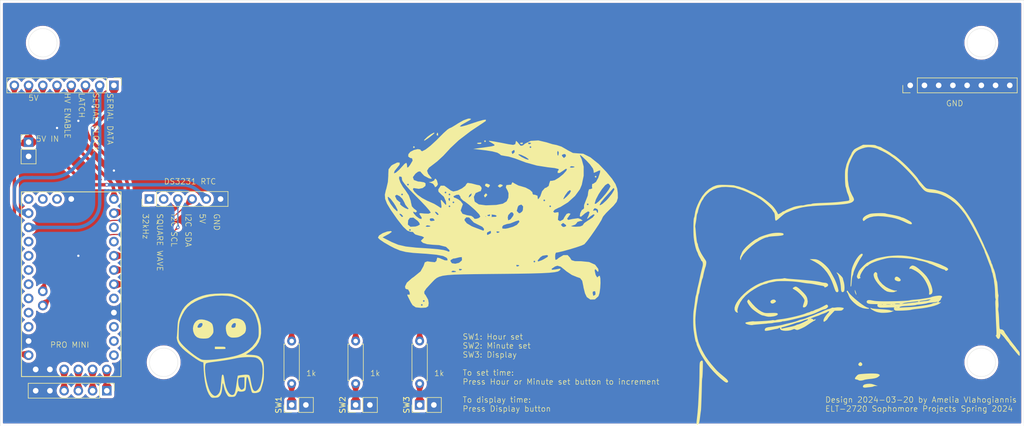
<source format=kicad_pcb>
(kicad_pcb (version 20221018) (generator pcbnew)
  (layers (0 "F.Cu" signal) (31 "B.Cu" signal) (34 "B.Paste" user) (35 "F.Paste" user) (36 "B.SilkS" user "B.Silkscreen") (37 "F.SilkS" user "F.Silkscreen") (38 "B.Mask" user) (39 "F.Mask" user) (44 "Edge.Cuts" user))
  (net 0 "")
  (net 1 "Net-(J1-Pin_1)")
  (net 2 "Net-(J1-Pin_2)")
  (net 3 "Net-(J1-Pin_3)")
  (net 4 "Net-(J1-Pin_4)")
  (net 5 "GND")
  (net 6 "DATA")
  (net 7 "SERCLK")
  (net 8 "LATCH")
  (net 9 "HV_ENABLE")
  (net 10 "5V")
  (net 11 "32K")
  (net 12 "SQW")
  (net 13 "SCL")
  (net 14 "SDA")
  (net 15 "Net-(XA1-D3_INT1)")
  (net 16 "Net-(R1-Pad2)")
  (net 17 "Net-(R2-Pad1)")
  (net 18 "Net-(R2-Pad2)")
  (net 19 "Net-(R3-Pad1)")
  (net 20 "Net-(R3-Pad2)")
  (footprint "Resistor_THT:R_Axial_DIN0207_L6.3mm_D2.5mm_P7.62mm_Horizontal" (layer "F.Cu") (at 102.87 111.76 -90)
    (fp_text reference "R1" hide)
    (fp_text value "R")
    (pad "1" thru_hole circle (at 0 0 270) (size 1.6 1.6) (drill 0.8) (layers "*.Cu" "*.Mask") (net 15 "Net-(XA1-D3_INT1)"))
    (pad "2" thru_hole oval (at 7.62 0 270) (size 1.6 1.6) (drill 0.8) (layers "*.Cu" "*.Mask") (net 16 "Net-(R1-Pad2)"))
  )
  (footprint "PCM_arduino-library:Pro_Mini_Clone_Socket" (layer "F.Cu") (at 63.5 101.6 180)
    (fp_text reference "XA1" hide)
    (fp_text value "Pro_Mini_Clone_Socket" hide)
    (pad "A0" thru_hole circle (at 7.62 5.08 180) (size 1.7272 1.7272) (drill 1.016) (layers "*.Cu" "*.Mask"))
    (pad "A1" thru_hole circle (at 7.62 2.54 180) (size 1.7272 1.7272) (drill 1.016) (layers "*.Cu" "*.Mask"))
    (pad "A2" thru_hole circle (at 7.62 0 180) (size 1.7272 1.7272) (drill 1.016) (layers "*.Cu" "*.Mask"))
    (pad "A3" thru_hole circle (at 7.62 -2.54 180) (size 1.7272 1.7272) (drill 1.016) (layers "*.Cu" "*.Mask"))
    (pad "A4" thru_hole circle (at 5.08 -1.27 180) (size 1.7272 1.7272) (drill 1.016) (layers "*.Cu" "*.Mask") (net 14 "SDA"))
    (pad "A5" thru_hole circle (at 5.08 -3.81 180) (size 1.7272 1.7272) (drill 1.016) (layers "*.Cu" "*.Mask") (net 13 "SCL"))
    (pad "A6" thru_hole circle (at 2.54 15.24 180) (size 1.7272 1.7272) (drill 1.016) (layers "*.Cu" "*.Mask"))
    (pad "A7" thru_hole circle (at 5.08 15.24 180) (size 1.7272 1.7272) (drill 1.016) (layers "*.Cu" "*.Mask"))
    (pad "D0" thru_hole circle (at -7.62 -10.16 180) (size 1.7272 1.7272) (drill 1.016) (layers "*.Cu" "*.Mask"))
    (pad "D1" thru_hole circle (at -7.62 -12.7 180) (size 1.7272 1.7272) (drill 1.016) (layers "*.Cu" "*.Mask"))
    (pad "D2" thru_hole circle (at -7.62 -2.54 180) (size 1.7272 1.7272) (drill 1.016) (layers "*.Cu" "*.Mask"))
    (pad "D3" thru_hole circle (at -7.62 0 180) (size 1.7272 1.7272) (drill 1.016) (layers "*.Cu" "*.Mask") (net 15 "Net-(XA1-D3_INT1)"))
    (pad "D4" thru_hole circle (at -7.62 2.54 180) (size 1.7272 1.7272) (drill 1.016) (layers "*.Cu" "*.Mask") (net 17 "Net-(R2-Pad1)"))
    (pad "D5" thru_hole circle (at -7.62 5.08 180) (size 1.7272 1.7272) (drill 1.016) (layers "*.Cu" "*.Mask") (net 19 "Net-(R3-Pad1)"))
    (pad "D6" thru_hole circle (at -7.62 7.62 180) (size 1.7272 1.7272) (drill 1.016) (layers "*.Cu" "*.Mask"))
    (pad "D7" thru_hole circle (at -7.62 10.16 180) (size 1.7272 1.7272) (drill 1.016) (layers "*.Cu" "*.Mask"))
    (pad "D8" thru_hole circle (at -7.62 12.7 180) (size 1.7272 1.7272) (drill 1.016) (layers "*.Cu" "*.Mask") (net 8 "LATCH"))
    (pad "D9" thru_hole circle (at -7.62 15.24 180) (size 1.7272 1.7272) (drill 1.016) (layers "*.Cu" "*.Mask") (net 9 "HV_ENABLE"))
    (pad "D10" thru_hole circle (at 7.62 15.24 180) (size 1.7272 1.7272) (drill 1.016) (layers "*.Cu" "*.Mask"))
    (pad "D11" thru_hole circle (at 7.62 12.7 180) (size 1.7272 1.7272) (drill 1.016) (layers "*.Cu" "*.Mask") (net 6 "DATA"))
    (pad "D12" thru_hole circle (at 7.62 10.16 180) (size 1.7272 1.7272) (drill 1.016) (layers "*.Cu" "*.Mask") (net 7 "SERCLK"))
    (pad "D13" thru_hole circle (at 7.62 7.62 180) (size 1.7272 1.7272) (drill 1.016) (layers "*.Cu" "*.Mask"))
    (pad "DTR" thru_hole circle (at -6.35 -15.24 180) (size 1.7272 1.7272) (drill 1.016) (layers "*.Cu" "*.Mask") (net 1 "Net-(J1-Pin_1)"))
    (pad "GND1" thru_hole rect (at -7.62 -5.08 180) (size 1.7272 1.7272) (drill 1.016) (layers "*.Cu" "*.Mask") (net 5 "GND"))
    (pad "GND2" thru_hole rect (at 7.62 -10.16 180) (size 1.7272 1.7272) (drill 1.016) (layers "*.Cu" "*.Mask") (net 5 "GND"))
    (pad "GND3" thru_hole rect (at 0 15.24 180) (size 1.7272 1.7272) (drill 1.016) (layers "*.Cu" "*.Mask") (net 5 "GND"))
    (pad "GND4" thru_hole rect (at 3.81 -15.24 180) (size 1.7272 1.7272) (drill 1.016) (layers "*.Cu" "*.Mask") (net 5 "GND"))
    (pad "GND5" thru_hole rect (at 6.35 -15.24 180) (size 1.7272 1.7272) (drill 1.016) (layers "*.Cu" "*.Mask") (net 5 "GND"))
    (pad "RAW" thru_hole circle (at 7.62 -12.7 180) (size 1.7272 1.7272) (drill 1.016) (layers "*.Cu" "*.Mask") (net 10 "5V"))
    (pad "RST1" thru_hole circle (at -7.62 -7.62 180) (size 1.7272 1.7272) (drill 1.016) (layers "*.Cu" "*.Mask"))
    (pad "RST2" thru_hole circle (at 7.62 -7.62 180) (size 1.7272 1.7272) (drill 1.016) (layers "*.Cu" "*.Mask"))
    (pad "RXI" thru_hole circle (at -1.27 -15.24 180) (size 1.7272 1.7272) (drill 1.016) (layers "*.Cu" "*.Mask") (net 3 "Net-(J1-Pin_3)"))
    (pad "TXO" thru_hole circle (at -3.81 -15.24 180) (size 1.7272 1.7272) (drill 1.016) (layers "*.Cu" "*.Mask") (net 2 "Net-(J1-Pin_2)"))
    (pad "Vcc1" thru_hole circle (at 7.62 -5.08 180) (size 1.7272 1.7272) (drill 1.016) (layers "*.Cu" "*.Mask"))
    (pad "Vcc2" thru_hole circle (at 1.27 -15.24 180) (size 1.7272 1.7272) (drill 1.016) (layers "*.Cu" "*.Mask") (net 4 "Net-(J1-Pin_4)"))
  )
  (footprint "cat:CRAB" (layer "F.Cu") (at 139.7 88.9)
    (fp_text reference "G***" (at 0 0) (layer "F.SilkS") (effects (font (size 1.5 1.5) (thickness 0.3))))
    (fp_text value "LOGO" hide)
  )
  (footprint "cat:cat_thing" (layer "F.Cu") (at 201.93 100.33)
    (fp_text reference "G***" hide)
    (fp_text value "LOGO" hide)
  )
  (footprint "Resistor_THT:R_Axial_DIN0207_L6.3mm_D2.5mm_P7.62mm_Horizontal" (layer "F.Cu") (at 125.73 111.76 -90)
    (fp_text reference "R3" hide)
    (fp_text value "R")
    (pad "1" thru_hole circle (at 0 0 270) (size 1.6 1.6) (drill 0.8) (layers "*.Cu" "*.Mask") (net 19 "Net-(R3-Pad1)"))
    (pad "2" thru_hole oval (at 7.62 0 270) (size 1.6 1.6) (drill 0.8) (layers "*.Cu" "*.Mask") (net 20 "Net-(R3-Pad2)"))
  )
  (footprint "Resistor_THT:R_Axial_DIN0207_L6.3mm_D2.5mm_P7.62mm_Horizontal" (layer "F.Cu") (at 114.3 111.76 -90)
    (fp_text reference "R2" hide)
    (fp_text value "R")
    (pad "1" thru_hole circle (at 0 0 270) (size 1.6 1.6) (drill 0.8) (layers "*.Cu" "*.Mask") (net 17 "Net-(R2-Pad1)"))
    (pad "2" thru_hole oval (at 7.62 0 270) (size 1.6 1.6) (drill 0.8) (layers "*.Cu" "*.Mask") (net 18 "Net-(R2-Pad2)"))
  )
  (footprint "Connector_PinHeader_2.54mm:PinHeader_1x08_P2.54mm_Vertical" (layer "F.Cu") (at 71.12 66.04 -90)
    (fp_text reference "J2" hide)
    (fp_text value "Conn_01x08" hide)
    (pad "1" thru_hole rect (at 0 0 270) (size 1.7 1.7) (drill 1) (layers "*.Cu" "*.Mask") (net 6 "DATA"))
    (pad "2" thru_hole oval (at 0 2.54 270) (size 1.7 1.7) (drill 1) (layers "*.Cu" "*.Mask") (net 7 "SERCLK"))
    (pad "3" thru_hole oval (at 0 5.08 270) (size 1.7 1.7) (drill 1) (layers "*.Cu" "*.Mask") (net 8 "LATCH"))
    (pad "4" thru_hole oval (at 0 7.62 270) (size 1.7 1.7) (drill 1) (layers "*.Cu" "*.Mask") (net 9 "HV_ENABLE"))
    (pad "5" thru_hole oval (at 0 10.16 270) (size 1.7 1.7) (drill 1) (layers "*.Cu" "*.Mask") (net 10 "5V"))
    (pad "6" thru_hole oval (at 0 12.7 270) (size 1.7 1.7) (drill 1) (layers "*.Cu" "*.Mask") (net 10 "5V"))
    (pad "7" thru_hole oval (at 0 15.24 270) (size 1.7 1.7) (drill 1) (layers "*.Cu" "*.Mask") (net 10 "5V"))
    (pad "8" thru_hole oval (at 0 17.78 270) (size 1.7 1.7) (drill 1) (layers "*.Cu" "*.Mask") (net 10 "5V"))
  )
  (footprint "cat:autismcreature" (layer "F.Cu") (at 90.17 113.03)
    (fp_text reference "G***" hide)
    (fp_text value "LOGO" hide)
  )
  (footprint "Connector_PinHeader_2.54mm:PinHeader_1x06_P2.54mm_Vertical" (layer "F.Cu") (at 77.47 86.36 90)
    (fp_text reference "J5" hide)
    (fp_text value "Conn_01x06" hide)
    (pad "1" thru_hole rect (at 0 0 90) (size 1.7 1.7) (drill 1) (layers "*.Cu" "*.Mask") (net 11 "32K"))
    (pad "2" thru_hole oval (at 0 2.54 90) (size 1.7 1.7) (drill 1) (layers "*.Cu" "*.Mask") (net 12 "SQW"))
    (pad "3" thru_hole oval (at 0 5.08 90) (size 1.7 1.7) (drill 1) (layers "*.Cu" "*.Mask") (net 13 "SCL"))
    (pad "4" thru_hole oval (at 0 7.62 90) (size 1.7 1.7) (drill 1) (layers "*.Cu" "*.Mask") (net 14 "SDA"))
    (pad "5" thru_hole oval (at 0 10.16 90) (size 1.7 1.7) (drill 1) (layers "*.Cu" "*.Mask") (net 10 "5V"))
    (pad "6" thru_hole oval (at 0 12.7 90) (size 1.7 1.7) (drill 1) (layers "*.Cu" "*.Mask") (net 5 "GND"))
  )
  (footprint "Connector_PinHeader_2.54mm:PinHeader_1x02_P2.54mm_Vertical" (layer "F.Cu") (at 102.87 123.19 90)
    (fp_text reference "SW1" (at 0 -2.33 90) (layer "F.SilkS"))
    (fp_text value "SW_Push" hide)
    (pad "1" thru_hole rect (at 0 0 90) (size 1.7 1.7) (drill 1) (layers "*.Cu" "*.Mask") (net 16 "Net-(R1-Pad2)"))
    (pad "2" thru_hole oval (at 0 2.54 90) (size 1.7 1.7) (drill 1) (layers "*.Cu" "*.Mask") (net 5 "GND"))
  )
  (footprint "Connector_PinHeader_2.54mm:PinHeader_1x06_P2.54mm_Vertical" (layer "F.Cu") (at 69.85 120.65 -90)
    (fp_text reference "J1" hide)
    (fp_text value "Conn_01x06" hide)
    (pad "1" thru_hole rect (at 0 0 270) (size 1.7 1.7) (drill 1) (layers "*.Cu" "*.Mask") (net 1 "Net-(J1-Pin_1)"))
    (pad "2" thru_hole oval (at 0 2.54 270) (size 1.7 1.7) (drill 1) (layers "*.Cu" "*.Mask") (net 2 "Net-(J1-Pin_2)"))
    (pad "3" thru_hole oval (at 0 5.08 270) (size 1.7 1.7) (drill 1) (layers "*.Cu" "*.Mask") (net 3 "Net-(J1-Pin_3)"))
    (pad "4" thru_hole oval (at 0 7.62 270) (size 1.7 1.7) (drill 1) (layers "*.Cu" "*.Mask") (net 4 "Net-(J1-Pin_4)"))
    (pad "5" thru_hole oval (at 0 10.16 270) (size 1.7 1.7) (drill 1) (layers "*.Cu" "*.Mask") (net 5 "GND"))
    (pad "6" thru_hole oval (at 0 12.7 270) (size 1.7 1.7) (drill 1) (layers "*.Cu" "*.Mask") (net 5 "GND"))
  )
  (footprint "Connector_PinHeader_2.54mm:PinHeader_1x02_P2.54mm_Vertical" (layer "F.Cu") (at 125.73 123.19 90)
    (fp_text reference "SW3" (at 0 -2.33 90) (layer "F.SilkS"))
    (fp_text value "SW_Push" hide)
    (pad "1" thru_hole rect (at 0 0 90) (size 1.7 1.7) (drill 1) (layers "*.Cu" "*.Mask") (net 20 "Net-(R3-Pad2)"))
    (pad "2" thru_hole oval (at 0 2.54 90) (size 1.7 1.7) (drill 1) (layers "*.Cu" "*.Mask") (net 5 "GND"))
  )
  (footprint "Connector_PinHeader_2.54mm:PinHeader_1x02_P2.54mm_Vertical" (layer "F.Cu") (at 55.88 76.2)
    (fp_text reference "J4" hide)
    (fp_text value "Conn_01x02" hide)
    (pad "1" thru_hole rect (at 0 0) (size 1.7 1.7) (drill 1) (layers "*.Cu" "*.Mask") (net 10 "5V"))
    (pad "2" thru_hole oval (at 0 2.54) (size 1.7 1.7) (drill 1) (layers "*.Cu" "*.Mask") (net 5 "GND"))
  )
  (footprint "Connector_PinHeader_2.54mm:PinHeader_1x02_P2.54mm_Vertical" (layer "F.Cu") (at 114.3 123.19 90)
    (fp_text reference "SW2" (at 0 -2.33 90) (layer "F.SilkS"))
    (fp_text value "SW_Push" hide)
    (pad "1" thru_hole rect (at 0 0 90) (size 1.7 1.7) (drill 1) (layers "*.Cu" "*.Mask") (net 18 "Net-(R2-Pad2)"))
    (pad "2" thru_hole oval (at 0 2.54 90) (size 1.7 1.7) (drill 1) (layers "*.Cu" "*.Mask") (net 5 "GND"))
  )
  (footprint "Connector_PinHeader_2.54mm:PinHeader_1x08_P2.54mm_Vertical" (layer "F.Cu") (at 213.36 66.04 90)
    (fp_text reference "J3" hide)
    (fp_text value "Conn_01x08" hide)
    (pad "1" thru_hole rect (at 0 0 90) (size 1.7 1.7) (drill 1) (layers "*.Cu" "*.Mask") (net 5 "GND"))
    (pad "2" thru_hole oval (at 0 2.54 90) (size 1.7 1.7) (drill 1) (layers "*.Cu" "*.Mask") (net 5 "GND"))
    (pad "3" thru_hole oval (at 0 5.08 90) (size 1.7 1.7) (drill 1) (layers "*.Cu" "*.Mask") (net 5 "GND"))
    (pad "4" thru_hole oval (at 0 7.62 90) (size 1.7 1.7) (drill 1) (layers "*.Cu" "*.Mask") (net 5 "GND"))
    (pad "5" thru_hole oval (at 0 10.16 90) (size 1.7 1.7) (drill 1) (layers "*.Cu" "*.Mask") (net 5 "GND"))
    (pad "6" thru_hole oval (at 0 12.7 90) (size 1.7 1.7) (drill 1) (layers "*.Cu" "*.Mask") (net 5 "GND"))
    (pad "7" thru_hole oval (at 0 15.24 90) (size 1.7 1.7) (drill 1) (layers "*.Cu" "*.Mask") (net 5 "GND"))
    (pad "8" thru_hole oval (at 0 17.78 90) (size 1.7 1.7) (drill 1) (layers "*.Cu" "*.Mask") (net 5 "GND"))
  )
  (gr_circle (center 58.42 58.42) (end 55.88 58.42) (stroke (width 0.05)) (fill none) (layer "Edge.Cuts"))
  (gr_circle (center 226.06 58.42) (end 228.6 58.42) (stroke (width 0.05)) (fill none) (layer "Edge.Cuts"))
  (gr_rect (start 50.8 50.8) (end 233.68 127) (stroke (width 0.05)) (fill none) (layer "Edge.Cuts"))
  (gr_circle (center 80.01 115.57) (end 82.55 115.57) (stroke (width 0.05)) (fill none) (layer "Edge.Cuts"))
  (gr_circle (center 226.06 115.57) (end 228.6 115.57) (stroke (width 0.05)) (fill none) (layer "Edge.Cuts"))
  (gr_text "SW1: Hour set\nSW2: Minute set\nSW3: Display\n\nTo set time:\nPress Hour or Minute set button to increment\n\nTo display time:\nPress Display button" (at 133.35 124.46) (layer "F.SilkS") (effects (font (size 1 1) (thickness 0.1)) (justify left bottom)))
  (gr_text "DS3231 RTC" (at 80.01 83.82) (layer "F.SilkS") (effects (font (size 1 1) (thickness 0.1)) (justify left bottom)))
  (gr_text "LATCH" (at 64.77 67.31 -90) (layer "F.SilkS") (effects (font (size 1 1) (thickness 0.1)) (justify left bottom)))
  (gr_text "GND" (at 219.71 69.85) (layer "F.SilkS") (effects (font (size 1 1) (thickness 0.1)) (justify left bottom)))
  (gr_text "Design 2024-03-20 by Amelia Vlahogiannis\nELT-2720 Sophomore Projects Spring 2024" (at 198.12 124.46) (layer "F.SilkS") (effects (font (size 1 1) (thickness 0.1)) (justify left bottom)))
  (gr_text "5V" (at 55.793149 68.883396) (layer "F.SilkS") (effects (font (size 1 1) (thickness 0.1)) (justify left bottom)))
  (gr_text "I2C SDA" (at 83.82 88.9 -90) (layer "F.SilkS") (effects (font (size 1 1) (thickness 0.1)) (justify left bottom)))
  (gr_text "5V" (at 86.36 88.9 -90) (layer "F.SilkS") (effects (font (size 1 1) (thickness 0.1)) (justify left bottom)))
  (gr_text "HV ENABLE" (at 62.23 67.31 -90) (layer "F.SilkS") (effects (font (size 1 1) (thickness 0.1)) (justify left bottom)))
  (gr_text "5V IN" (at 57.15 76.2) (layer "F.SilkS") (effects (font (size 1 1) (thickness 0.1)) (justify left bottom)))
  (gr_text "1k" (at 105.41 118.11) (layer "F.SilkS") (effects (font (size 1 1) (thickness 0.1)) (justify left bottom)))
  (gr_text "SERIAL DATA" (at 69.85 67.37 -90) (layer "F.SilkS") (effects (font (size 1 1) (thickness 0.1)) (justify left bottom)))
  (gr_text "32kHz" (at 76.2 88.9 -90) (layer "F.SilkS") (effects (font (size 1 1) (thickness 0.1)) (justify left bottom)))
  (gr_text "GND" (at 88.9 88.9 -90) (layer "F.SilkS") (effects (font (size 1 1) (thickness 0.1)) (justify left bottom)))
  (gr_text "I2C SCL" (at 81.28 88.9 -90) (layer "F.SilkS") (effects (font (size 1 1) (thickness 0.1)) (justify left bottom)))
  (gr_text "SQUARE WAVE" (at 78.74 88.9 -90) (layer "F.SilkS") (effects (font (size 1 1) (thickness 0.1)) (justify left bottom)))
  (gr_text "1k" (at 128.27 118.11) (layer "F.SilkS") (effects (font (size 1 1) (thickness 0.1)) (justify left bottom)))
  (gr_text "SERIAL CLOCK" (at 67.31 67.31 -90) (layer "F.SilkS") (effects (font (size 1 1) (thickness 0.1)) (justify left bottom)))
  (gr_text "PRO MINI" (at 59.69 113.03) (layer "F.SilkS") (effects (font (size 1 1) (thickness 0.1)) (justify left bottom)))
  (gr_text "1k" (at 116.84 118.11) (layer "F.SilkS") (effects (font (size 1 1) (thickness 0.1)) (justify left bottom)))
  (segment (start 69.85 116.84) (end 69.85 120.65) (width 0.6096) (layer "F.Cu") (net 1))
  (segment (start 67.31 120.65) (end 67.31 116.84) (width 0.6096) (layer "F.Cu") (net 2))
  (segment (start 64.77 116.84) (end 64.77 120.65) (width 0.6096) (layer "F.Cu") (net 3))
  (segment (start 62.23 120.65) (end 62.23 116.84) (width 0.6096) (layer "F.Cu") (net 4))
  (via (at 71.12 81.28) (size 0.6096) (drill 0.4064) (layers "F.Cu" "B.Cu") (net 5))
  (via (at 60.96 73.66) (size 0.6096) (drill 0.4064) (layers "F.Cu" "B.Cu") (net 5))
  (via (at 64.77 96.52) (size 0.6096) (drill 0.4064) (layers "F.Cu" "B.Cu") (net 5))
  (via (at 67.31 69.85) (size 0.6096) (drill 0.4064) (layers "F.Cu" "B.Cu") (net 5))
  (via (at 64.77 72.39) (size 0.6096) (drill 0.4064) (layers "F.Cu" "B.Cu") (net 5))
  (segment (start 71.12 67.945) (end 71.12 66.04) (width 0.6096) (layer "F.Cu") (net 6))
  (segment (start 69.772961 71.197038) (end 67.31 73.66) (width 0.6096) (layer "F.Cu") (net 6))
  (via (at 67.31 73.66) (size 0.6096) (drill 0.4064) (layers "F.Cu" "B.Cu") (net 6))
  (arc (start 71.12 67.945) (mid 70.769915 69.70499) (end 69.772961 71.197038) (width 0.6096) (layer "F.Cu") (net 6))
  (segment (start 67.31 75.565) (end 67.31 73.66) (width 0.6096) (layer "B.Cu") (net 6))
  (segment (start 53.34 86.731974) (end 53.34 84.718025) (width 0.6096) (layer "B.Cu") (net 6))
  (segment (start 56.515 82.55) (end 55.245 82.55) (width 0.6096) (layer "B.Cu") (net 6))
  (segment (start 55.245 88.9) (end 55.88 88.9) (width 0.6096) (layer "B.Cu") (net 6))
  (segment (start 65.962961 78.817038) (end 63.823792 80.956207) (width 0.6096) (layer "B.Cu") (net 6))
  (segment (start 59.976036 82.55) (end 56.515 82.55) (width 0.6096) (layer "B.Cu") (net 6))
  (segment (start 53.974999 83.184999) (end 54.160987 82.999012) (width 0.6096) (layer "B.Cu") (net 6))
  (segment (start 53.975 88.265) (end 54.160987 88.450987) (width 0.6096) (layer "B.Cu") (net 6))
  (arc (start 55.245 82.55) (mid 54.658336 82.666694) (end 54.160987 82.999012) (width 0.6096) (layer "B.Cu") (net 6))
  (arc (start 53.974999 83.184999) (mid 53.50503 83.888357) (end 53.34 84.718025) (width 0.6096) (layer "B.Cu") (net 6))
  (arc (start 67.31 75.565) (mid 66.959915 77.32499) (end 65.962961 78.817038) (width 0.6096) (layer "B.Cu") (net 6))
  (arc (start 54.160987 88.450987) (mid 54.658336 88.783305) (end 55.245 88.9) (width 0.6096) (layer "B.Cu") (net 6))
  (arc (start 63.823792 80.956207) (mid 62.058426 82.135786) (end 59.976036 82.55) (width 0.6096) (layer "B.Cu") (net 6))
  (arc (start 53.34 86.731974) (mid 53.505031 87.561641) (end 53.975 88.265) (width 0.6096) (layer "B.Cu") (net 6))
  (segment (start 68.58 87.103948) (end 68.58 66.04) (width 0.6096) (layer "B.Cu") (net 7))
  (segment (start 64.243948 91.44) (end 55.88 91.44) (width 0.6096) (layer "B.Cu") (net 7))
  (arc (start 67.31 90.17) (mid 65.903283 91.109937) (end 64.243948 91.44) (width 0.6096) (layer "B.Cu") (net 7))
  (arc (start 68.58 87.103948) (mid 68.249937 88.763283) (end 67.31 90.17) (width 0.6096) (layer "B.Cu") (net 7))
  (segment (start 66.04 72.676036) (end 66.04 66.04) (width 0.6096) (layer "F.Cu") (net 8))
  (segment (start 71.755 88.9) (end 71.12 88.9) (width 0.6096) (layer "F.Cu") (net 8))
  (segment (start 73.66 86.731974) (end 73.66 84.803963) (width 0.6096) (layer "F.Cu") (net 8))
  (segment (start 67.633792 76.523792) (end 72.066207 80.956207) (width 0.6096) (layer "F.Cu") (net 8))
  (segment (start 72.839012 88.450987) (end 73.025 88.265) (width 0.6096) (layer "F.Cu") (net 8))
  (arc (start 72.839012 88.450987) (mid 72.341663 88.783305) (end 71.755 88.9) (width 0.6096) (layer "F.Cu") (net 8))
  (arc (start 72.066207 80.956207) (mid 73.245786 82.721572) (end 73.66 84.803963) (width 0.6096) (layer "F.Cu") (net 8))
  (arc (start 73.66 86.731974) (mid 73.494968 87.561641) (end 73.025 88.265) (width 0.6096) (layer "F.Cu") (net 8))
  (arc (start 66.04 72.676036) (mid 66.454213 74.758426) (end 67.633792 76.523792) (width 0.6096) (layer "F.Cu") (net 8))
  (segment (start 71.12 85.09) (end 71.12 86.36) (width 0.6096) (layer "F.Cu") (net 9))
  (segment (start 63.5 73.946036) (end 63.5 66.04) (width 0.6096) (layer "F.Cu") (net 9))
  (segment (start 65.093792 77.793792) (end 70.221974 82.921974) (width 0.6096) (layer "F.Cu") (net 9))
  (arc (start 63.5 73.946036) (mid 63.914213 76.028426) (end 65.093792 77.793792) (width 0.6096) (layer "F.Cu") (net 9))
  (arc (start 70.221974 82.921974) (mid 70.88661 83.916672) (end 71.12 85.09) (width 0.6096) (layer "F.Cu") (net 9))
  (segment (start 54.160987 76.649012) (end 53.975 76.835) (width 0.6096) (layer "F.Cu") (net 10))
  (segment (start 57.15 76.2) (end 55.88 76.2) (width 0.6096) (layer "F.Cu") (net 10))
  (segment (start 54.238025 69.478025) (end 54.981974 70.221974) (width 0.6096) (layer "F.Cu") (net 10))
  (segment (start 55.88 74.93) (end 55.88 72.39) (width 0.6096) (layer "F.Cu") (net 10))
  (segment (start 55.88 69.85) (end 55.88 66.04) (width 0.6096) (layer "F.Cu") (net 10))
  (segment (start 53.975 113.665) (end 54.160987 113.850987) (width 0.6096) (layer "F.Cu") (net 10))
  (segment (start 69.85 83.82) (end 67.945 83.82) (width 0.6096) (layer "F.Cu") (net 10))
  (segment (start 56.778025 70.221974) (end 57.521974 69.478025) (width 0.6096) (layer "F.Cu") (net 10))
  (segment (start 53.34 67.31) (end 53.34 66.04) (width 0.6096) (layer "F.Cu") (net 10))
  (segment (start 60.061974 69.478025) (end 56.778025 72.761974) (width 0.6096) (layer "F.Cu") (net 10))
  (segment (start 60.96 67.31) (end 60.96 66.04) (width 0.6096) (layer "F.Cu") (net 10))
  (segment (start 55.88 76.2) (end 55.88 74.93) (width 0.6096) (layer "F.Cu") (net 10))
  (segment (start 55.88 69.850084) (end 55.879916 69.85) (width 0.6096) (layer "F.Cu") (net 10))
  (segment (start 59.318025 77.098025) (end 64.692961 82.472961) (width 0.6096) (layer "F.Cu") (net 10))
  (segment (start 53.34 112.131974) (end 53.34 78.368025) (width 0.6096) (layer "F.Cu") (net 10))
  (segment (start 58.42 67.31) (end 58.42 66.04) (width 0.6096) (layer "F.Cu") (net 10))
  (segment (start 55.245 114.3) (end 55.88 114.3) (width 0.6096) (layer "F.Cu") (net 10))
  (segment (start 55.245 76.2) (end 55.88 76.2) (width 0.6096) (layer "F.Cu") (net 10))
  (segment (start 55.88 72.39) (end 55.88 69.850084) (width 0.6096) (layer "F.Cu") (net 10))
  (via (at 69.85 83.82) (size 0.6096) (drill 0.4064) (layers "F.Cu" "B.Cu") (net 10))
  (arc (start 54.160987 113.850987) (mid 54.658336 114.183305) (end 55.245 114.3) (width 0.6096) (layer "F.Cu") (net 10))
  (arc (start 64.692961 82.472961) (mid 66.185009 83.469915) (end 67.945 83.82) (width 0.6096) (layer "F.Cu") (net 10))
  (arc (start 56.778025 70.221974) (mid 56.113389 71.216672) (end 55.88 72.39) (width 0.6096) (layer "F.Cu") (net 10))
  (arc (start 55.88 72.39) (mid 55.64661 71.216672) (end 54.981974 70.221974) (width 0.6096) (layer "F.Cu") (net 10))
  (arc (start 53.34 67.31) (mid 53.573389 68.483326) (end 54.238025 69.478025) (width 0.6096) (layer "F.Cu") (net 10))
  (arc (start 53.975 76.835) (mid 53.505031 77.538357) (end 53.34 78.368025) (width 0.6096) (layer "F.Cu") (net 10))
  (arc (start 53.34 112.131974) (mid 53.505031 112.961641) (end 53.975 113.665) (width 0.6096) (layer "F.Cu") (net 10))
  (arc (start 59.318025 77.098025) (mid 58.323326 76.433389) (end 57.15 76.2) (width 0.6096) (layer "F.Cu") (net 10))
  (arc (start 58.42 67.31) (mid 58.18661 68.483326) (end 57.521974 69.478025) (width 0.6096) (layer "F.Cu") (net 10))
  (arc (start 56.778025 72.761974) (mid 56.113389 73.756672) (end 55.88 74.93) (width 0.6096) (layer "F.Cu") (net 10))
  (arc (start 60.96 67.31) (mid 60.72661 68.483326) (end 60.061974 69.478025) (width 0.6096) (layer "F.Cu") (net 10))
  (arc (start 55.88 69.85) (mid 56.204739 70.336007) (end 56.778025 70.221974) (width 0.6096) (layer "F.Cu") (net 10))
  (arc (start 55.88 72.39) (mid 56.204739 72.876007) (end 56.778025 72.761974) (width 0.6096) (layer "F.Cu") (net 10))
  (arc (start 55.245 76.2) (mid 54.658336 76.316694) (end 54.160987 76.649012) (width 0.6096) (layer "F.Cu") (net 10))
  (arc (start 54.981974 70.221974) (mid 55.555259 70.336007) (end 55.88 69.85) (width 0.6096) (layer "F.Cu") (net 10))
  (segment (start 86.36 85.09) (end 87.63 86.36) (width 0.6096) (layer "B.Cu") (net 10))
  (segment (start 83.293948 83.82) (end 69.85 83.82) (width 0.6096) (layer "B.Cu") (net 10))
  (arc (start 86.36 85.09) (mid 84.953283 84.150062) (end 83.293948 83.82) (width 0.6096) (layer "B.Cu") (net 10))
  (segment (start 65.219018 97.340981) (end 68.951974 93.608025) (width 0.2032) (layer "F.Cu") (net 13))
  (segment (start 73.66 92.71) (end 71.12 92.71) (width 0.2032) (layer "F.Cu") (net 13))
  (segment (start 73.66 92.71) (end 80.381974 92.71) (width 0.2032) (layer "F.Cu") (net 13))
  (segment (start 58.42 105.221079) (end 58.42 105.41) (width 0.2032) (layer "F.Cu") (net 13))
  (segment (start 58.42 105.032157) (end 58.553587 104.89857) (width 0.2032) (layer "F.Cu") (net 13))
  (segment (start 58.42 105.41) (end 58.42 105.032157) (width 0.2032) (layer "F.Cu") (net 13))
  (segment (start 64.320997 99.509002) (end 58.42 105.41) (width 0.2032) (layer "F.Cu") (net 13))
  (segment (start 82.55 91.44) (end 81.915 92.075) (width 0.2032) (layer "F.Cu") (net 13))
  (via (at 82.55 91.44) (size 0.6) (drill 0.3) (layers "F.Cu" "B.Cu") (net 13))
  (arc (start 81.915 92.075) (mid 81.211641 92.544968) (end 80.381974 92.71) (width 0.2032) (layer "F.Cu") (net 13))
  (arc (start 71.12 92.71) (mid 69.946672 92.943389) (end 68.951974 93.608025) (width 0.2032) (layer "F.Cu") (net 13))
  (arc (start 58.553587 104.89857) (mid 58.454718 105.046538) (end 58.42 105.221079) (width 0.2032) (layer "F.Cu") (net 13))
  (arc (start 64.77 98.425) (mid 64.653308 99.011664) (end 64.320997 99.509002) (width 0.2032) (layer "F.Cu") (net 13))
  (arc (start 65.219018 97.340981) (mid 64.886696 97.838336) (end 64.77 98.425) (width 0.2032) (layer "F.Cu") (net 13))
  (segment (start 82.55 91.44) (end 82.55 86.36) (width 0.2032) (layer "B.Cu") (net 13))
  (segment (start 58.42 102.235) (end 58.42 102.87) (width 0.2032) (layer "F.Cu") (net 14))
  (segment (start 82.873792 88.576207) (end 85.09 86.36) (width 0.2032) (layer "F.Cu") (net 14))
  (segment (start 79.026036 90.17) (end 71.289956 90.17) (width 0.2032) (layer "F.Cu") (net 14))
  (segment (start 68.831796 91.188203) (end 58.869012 101.150987) (width 0.2032) (layer "F.Cu") (net 14))
  (arc (start 82.873792 88.576207) (mid 81.108426 89.755786) (end 79.026036 90.17) (width 0.2032) (layer "F.Cu") (net 14))
  (arc (start 71.289956 90.17) (mid 69.959609 90.434622) (end 68.831796 91.188203) (width 0.2032) (layer "F.Cu") (net 14))
  (arc (start 58.869012 101.150987) (mid 58.536694 101.648336) (end 58.42 102.235) (width 0.2032) (layer "F.Cu") (net 14))
  (segment (start 99.383792 103.193792) (end 101.276207 105.086207) (width 0.6096) (layer "F.Cu") (net 15))
  (segment (start 95.536036 101.6) (end 71.12 101.6) (width 0.6096) (layer "F.Cu") (net 15))
  (segment (start 102.87 108.933963) (end 102.87 111.76) (width 0.6096) (layer "F.Cu") (net 15))
  (arc (start 99.383792 103.193792) (mid 97.618426 102.014213) (end 95.536036 101.6) (width 0.6096) (layer "F.Cu") (net 15))
  (arc (start 101.276207 105.086207) (mid 102.455786 106.851572) (end 102.87 108.933963) (width 0.6096) (layer "F.Cu") (net 15))
  (segment (start 102.87 119.38) (end 102.87 123.19) (width 0.6096) (layer "F.Cu") (net 16))
  (segment (start 106.966036 99.06) (end 71.12 99.06) (width 0.6096) (layer "F.Cu") (net 17))
  (segment (start 114.3 106.393963) (end 114.3 111.76) (width 0.6096) (layer "F.Cu") (net 17))
  (segment (start 112.706207 102.546207) (end 110.813792 100.653792) (width 0.6096) (layer "F.Cu") (net 17))
  (arc (start 110.813792 100.653792) (mid 109.048426 99.474213) (end 106.966036 99.06) (width 0.6096) (layer "F.Cu") (net 17))
  (arc (start 112.706207 102.546207) (mid 113.885786 104.311572) (end 114.3 106.393963) (width 0.6096) (layer "F.Cu") (net 17))
  (segment (start 114.3 119.38) (end 114.3 123.19) (width 0.6096) (layer "F.Cu") (net 18))
  (segment (start 125.73 106.393963) (end 125.73 111.76) (width 0.6096) (layer "F.Cu") (net 19))
  (segment (start 119.703792 98.113792) (end 124.136207 102.546207) (width 0.6096) (layer "F.Cu") (net 19))
  (segment (start 115.856036 96.52) (end 71.12 96.52) (width 0.6096) (layer "F.Cu") (net 19))
  (arc (start 124.136207 102.546207) (mid 125.315786 104.311572) (end 125.73 106.393963) (width 0.6096) (layer "F.Cu") (net 19))
  (arc (start 119.703792 98.113792) (mid 117.938426 96.934213) (end 115.856036 96.52) (width 0.6096) (layer "F.Cu") (net 19))
  (segment (start 125.73 119.38) (end 125.73 123.19) (width 0.6096) (layer "F.Cu") (net 20))
  (zone (net 5) (net_name "GND") (layers "F&B.Cu") (connect_pads yes (clearance 0.5)) (min_thickness 0.25) (fill yes (thermal_gap 0.5) (thermal_bridge_width 0.5))
    (polygon (pts (xy 233.68 127) (xy 233.68 50.8) (xy 50.8 50.8) (xy 50.8 127)))
  )
)
</source>
